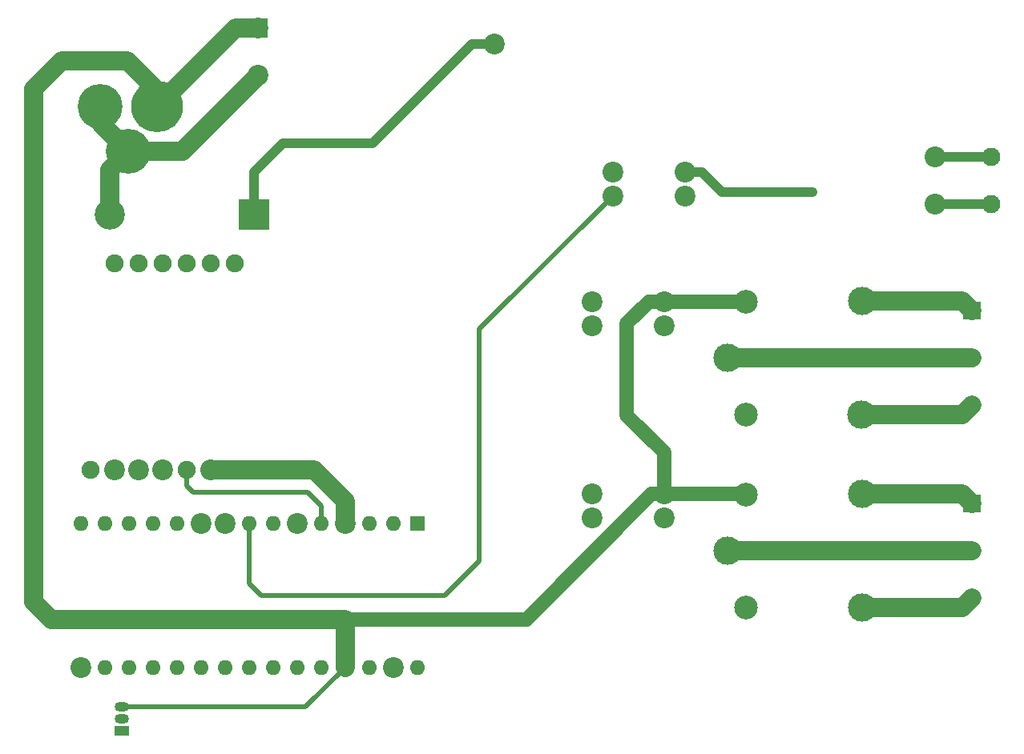
<source format=gbl>
G04 #@! TF.GenerationSoftware,KiCad,Pcbnew,(6.0.8)*
G04 #@! TF.CreationDate,2022-12-11T00:22:14+04:00*
G04 #@! TF.ProjectId,SIM800_NANO,53494d38-3030-45f4-9e41-4e4f2e6b6963,rev?*
G04 #@! TF.SameCoordinates,Original*
G04 #@! TF.FileFunction,Copper,L2,Bot*
G04 #@! TF.FilePolarity,Positive*
%FSLAX46Y46*%
G04 Gerber Fmt 4.6, Leading zero omitted, Abs format (unit mm)*
G04 Created by KiCad (PCBNEW (6.0.8)) date 2022-12-11 00:22:14*
%MOMM*%
%LPD*%
G01*
G04 APERTURE LIST*
G04 #@! TA.AperFunction,ComponentPad*
%ADD10R,1.950000X1.950000*%
G04 #@! TD*
G04 #@! TA.AperFunction,ComponentPad*
%ADD11C,1.950000*%
G04 #@! TD*
G04 #@! TA.AperFunction,ComponentPad*
%ADD12R,1.600000X1.600000*%
G04 #@! TD*
G04 #@! TA.AperFunction,ComponentPad*
%ADD13O,1.600000X1.600000*%
G04 #@! TD*
G04 #@! TA.AperFunction,ComponentPad*
%ADD14C,1.900000*%
G04 #@! TD*
G04 #@! TA.AperFunction,ComponentPad*
%ADD15C,3.000000*%
G04 #@! TD*
G04 #@! TA.AperFunction,ComponentPad*
%ADD16C,2.500000*%
G04 #@! TD*
G04 #@! TA.AperFunction,ComponentPad*
%ADD17R,1.500000X1.050000*%
G04 #@! TD*
G04 #@! TA.AperFunction,ComponentPad*
%ADD18O,1.500000X1.050000*%
G04 #@! TD*
G04 #@! TA.AperFunction,ComponentPad*
%ADD19R,2.000000X2.000000*%
G04 #@! TD*
G04 #@! TA.AperFunction,ComponentPad*
%ADD20C,2.000000*%
G04 #@! TD*
G04 #@! TA.AperFunction,ComponentPad*
%ADD21R,3.200000X3.200000*%
G04 #@! TD*
G04 #@! TA.AperFunction,ComponentPad*
%ADD22O,3.200000X3.200000*%
G04 #@! TD*
G04 #@! TA.AperFunction,ComponentPad*
%ADD23C,5.460000*%
G04 #@! TD*
G04 #@! TA.AperFunction,ComponentPad*
%ADD24C,4.740000*%
G04 #@! TD*
G04 #@! TA.AperFunction,ViaPad*
%ADD25C,2.200000*%
G04 #@! TD*
G04 #@! TA.AperFunction,ViaPad*
%ADD26C,0.900000*%
G04 #@! TD*
G04 #@! TA.AperFunction,Conductor*
%ADD27C,2.000000*%
G04 #@! TD*
G04 #@! TA.AperFunction,Conductor*
%ADD28C,0.500000*%
G04 #@! TD*
G04 #@! TA.AperFunction,Conductor*
%ADD29C,1.500000*%
G04 #@! TD*
G04 #@! TA.AperFunction,Conductor*
%ADD30C,1.000000*%
G04 #@! TD*
G04 APERTURE END LIST*
D10*
X188630000Y-95462000D03*
D11*
X188630000Y-100462000D03*
X188630000Y-105462000D03*
D12*
X158275000Y-83350000D03*
D13*
X158275000Y-80810000D03*
X150655000Y-80810000D03*
X150655000Y-83350000D03*
D14*
X95500000Y-112350000D03*
X98040000Y-112350000D03*
X100580000Y-112350000D03*
X103120000Y-112350000D03*
X105660000Y-112350000D03*
X108200000Y-112350000D03*
X110740000Y-90480000D03*
X108200000Y-90480000D03*
X105660000Y-90480000D03*
X103120000Y-90480000D03*
X100580000Y-90480000D03*
X98040000Y-90480000D03*
D12*
X148460000Y-114890000D03*
D13*
X148460000Y-117430000D03*
X156080000Y-117430000D03*
X156080000Y-114890000D03*
D15*
X162827000Y-100462000D03*
D16*
X164777000Y-106512000D03*
D15*
X176977000Y-106512000D03*
X177027000Y-94462000D03*
D16*
X164777000Y-94512000D03*
D17*
X98800000Y-139950000D03*
D18*
X98800000Y-138680000D03*
X98800000Y-137410000D03*
D11*
X190620000Y-79190000D03*
X190620000Y-84190000D03*
D15*
X162837000Y-120865000D03*
D16*
X164787000Y-126915000D03*
D15*
X176987000Y-126915000D03*
X177037000Y-114865000D03*
D16*
X164787000Y-114915000D03*
D19*
X113200000Y-65607323D03*
D20*
X113200000Y-70607323D03*
D12*
X148475000Y-94505000D03*
D13*
X148475000Y-97045000D03*
X156095000Y-97045000D03*
X156095000Y-94505000D03*
D10*
X188615000Y-115865000D03*
D11*
X188615000Y-120865000D03*
X188615000Y-125865000D03*
D21*
X112745000Y-85350000D03*
D22*
X97505000Y-85350000D03*
D23*
X102500000Y-73915000D03*
D24*
X96500000Y-73915000D03*
X99500000Y-78615000D03*
D12*
X130000000Y-118000000D03*
D13*
X127460000Y-118000000D03*
X124920000Y-118000000D03*
X122380000Y-118000000D03*
X119840000Y-118000000D03*
X117300000Y-118000000D03*
X114760000Y-118000000D03*
X112220000Y-118000000D03*
X109680000Y-118000000D03*
X107140000Y-118000000D03*
X104600000Y-118000000D03*
X102060000Y-118000000D03*
X99520000Y-118000000D03*
X96980000Y-118000000D03*
X94440000Y-118000000D03*
X94440000Y-133240000D03*
X96980000Y-133240000D03*
X99520000Y-133240000D03*
X102060000Y-133240000D03*
X104600000Y-133240000D03*
X107140000Y-133240000D03*
X109680000Y-133240000D03*
X112220000Y-133240000D03*
X114760000Y-133240000D03*
X117300000Y-133240000D03*
X119840000Y-133240000D03*
X122380000Y-133240000D03*
X124920000Y-133240000D03*
X127460000Y-133240000D03*
X130000000Y-133240000D03*
D25*
X150655000Y-80810000D03*
X127460000Y-133240000D03*
X108200000Y-112350000D03*
X113200000Y-70607323D03*
X122380000Y-118000000D03*
X148460000Y-117430000D03*
X148475000Y-97045000D03*
X150655000Y-83350000D03*
X109680000Y-118000000D03*
X107140000Y-118000000D03*
X94440000Y-133240000D03*
X156080000Y-114890000D03*
X156102000Y-94512000D03*
X113200000Y-65607323D03*
X158275000Y-80810000D03*
D26*
X171810000Y-82940000D03*
D25*
X184750000Y-84200000D03*
X184742392Y-79187608D03*
X98040000Y-112350000D03*
X138150000Y-67300000D03*
X158275000Y-83350000D03*
X148475000Y-94505000D03*
X156095000Y-97045000D03*
X103120000Y-112350000D03*
X148460000Y-114890000D03*
X156080000Y-117430000D03*
X100580000Y-112350000D03*
X117300000Y-118000000D03*
D27*
X97505000Y-80610000D02*
X99500000Y-78615000D01*
X99500000Y-78615000D02*
X105192323Y-78615000D01*
X96500000Y-75615000D02*
X99500000Y-78615000D01*
X122380000Y-115580000D02*
X122380000Y-118000000D01*
X96500000Y-73915000D02*
X96500000Y-75615000D01*
X108200000Y-112350000D02*
X119150000Y-112350000D01*
X119150000Y-112350000D02*
X122380000Y-115580000D01*
X105192323Y-78615000D02*
X113200000Y-70607323D01*
X97505000Y-85350000D02*
X97505000Y-80610000D01*
D28*
X112220000Y-124320000D02*
X113500000Y-125600000D01*
X136550000Y-97455000D02*
X136550000Y-121950000D01*
X136550000Y-121950000D02*
X132900000Y-125600000D01*
X132900000Y-125600000D02*
X113500000Y-125600000D01*
X112220000Y-118000000D02*
X112220000Y-124320000D01*
X150655000Y-83350000D02*
X136550000Y-97455000D01*
D27*
X89500000Y-126299980D02*
X91350020Y-128150000D01*
X91350020Y-128150000D02*
X120150000Y-128150000D01*
D29*
X164777000Y-94512000D02*
X156102000Y-94512000D01*
D27*
X110807677Y-65607323D02*
X102500000Y-73915000D01*
X102500000Y-73915000D02*
X102500000Y-72150000D01*
D29*
X154465000Y-94505000D02*
X152140000Y-96830000D01*
X156080000Y-110490000D02*
X156080000Y-114890000D01*
X139500000Y-128150000D02*
X120150000Y-128150000D01*
D27*
X89500000Y-72000000D02*
X89500000Y-98000000D01*
D28*
X118210000Y-137410000D02*
X122380000Y-133240000D01*
D29*
X156102000Y-94512000D02*
X156095000Y-94505000D01*
D27*
X99400000Y-69050000D02*
X92450000Y-69050000D01*
D29*
X156080000Y-114890000D02*
X164762000Y-114890000D01*
D27*
X89500000Y-98000000D02*
X89500000Y-126299980D01*
D29*
X139503000Y-128153000D02*
X139500000Y-128150000D01*
X152140000Y-96830000D02*
X152140000Y-106550000D01*
D27*
X113200000Y-65607323D02*
X110807677Y-65607323D01*
X92450000Y-69050000D02*
X89500000Y-72000000D01*
X122380000Y-128150000D02*
X122380000Y-133240000D01*
D29*
X154778000Y-114890000D02*
X141515000Y-128153000D01*
X156095000Y-94505000D02*
X154465000Y-94505000D01*
X156080000Y-114890000D02*
X154778000Y-114890000D01*
X152140000Y-106550000D02*
X156080000Y-110490000D01*
D27*
X120150000Y-128150000D02*
X122380000Y-128150000D01*
D29*
X141515000Y-128153000D02*
X139503000Y-128153000D01*
D28*
X98800000Y-137410000D02*
X118210000Y-137410000D01*
D27*
X102500000Y-72150000D02*
X99400000Y-69050000D01*
D29*
X164762000Y-114890000D02*
X164787000Y-114915000D01*
D30*
X162240000Y-82940000D02*
X160110000Y-80810000D01*
X160110000Y-80810000D02*
X158275000Y-80810000D01*
X171810000Y-82940000D02*
X162240000Y-82940000D01*
X190620000Y-84190000D02*
X184750000Y-84200000D01*
X190620000Y-79190000D02*
X184742392Y-79187608D01*
X125300000Y-77750000D02*
X115800000Y-77750000D01*
X115800000Y-77750000D02*
X112745000Y-80805000D01*
X112745000Y-80805000D02*
X112745000Y-85350000D01*
X135750000Y-67300000D02*
X125300000Y-77750000D01*
X138150000Y-67300000D02*
X135750000Y-67300000D01*
D27*
X187630000Y-94462000D02*
X188630000Y-95462000D01*
X177027000Y-94462000D02*
X187630000Y-94462000D01*
X162827000Y-100462000D02*
X188630000Y-100462000D01*
X176977000Y-106512000D02*
X187580000Y-106512000D01*
X187580000Y-106512000D02*
X188630000Y-105462000D01*
X187615000Y-114865000D02*
X188615000Y-115865000D01*
X177037000Y-114865000D02*
X187615000Y-114865000D01*
X162837000Y-120865000D02*
X188615000Y-120865000D01*
X176987000Y-126915000D02*
X187565000Y-126915000D01*
X187565000Y-126915000D02*
X188615000Y-125865000D01*
D28*
X106320000Y-114710000D02*
X105660000Y-114050000D01*
X118460000Y-114710000D02*
X106320000Y-114710000D01*
X119840000Y-116090000D02*
X118460000Y-114710000D01*
X105660000Y-114050000D02*
X105660000Y-112350000D01*
X119840000Y-118000000D02*
X119840000Y-116090000D01*
M02*

</source>
